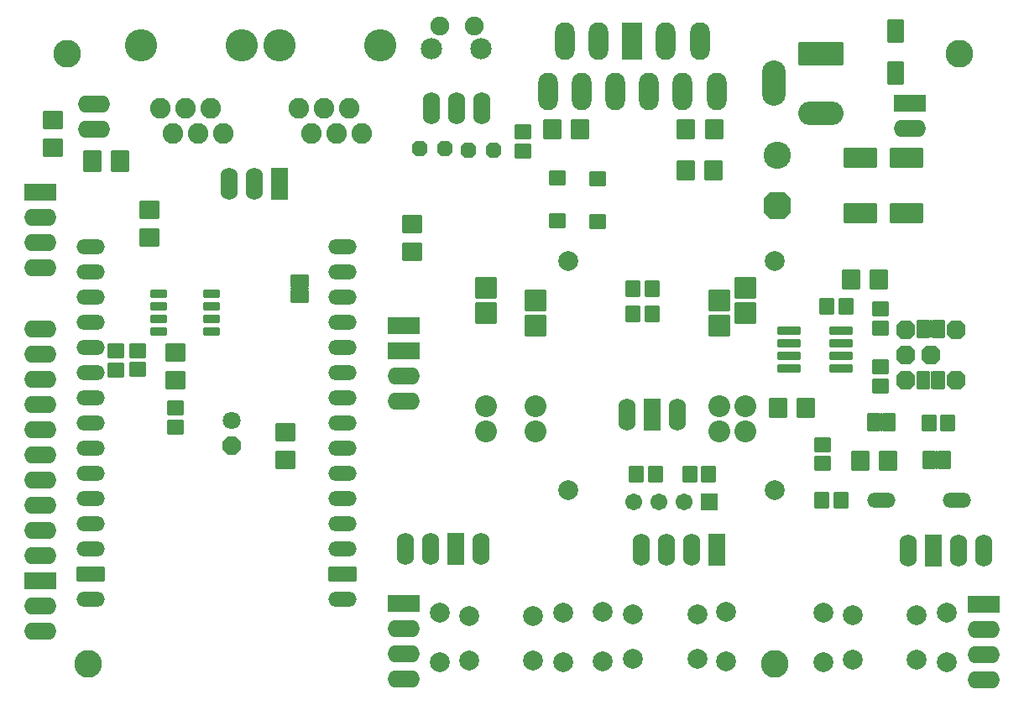
<source format=gbs>
G04 #@! TF.GenerationSoftware,KiCad,Pcbnew,8.0.4*
G04 #@! TF.CreationDate,2024-08-22T17:22:31+02:00*
G04 #@! TF.ProjectId,CENTRALE,43454e54-5241-44c4-952e-6b696361645f,rev?*
G04 #@! TF.SameCoordinates,Original*
G04 #@! TF.FileFunction,Soldermask,Bot*
G04 #@! TF.FilePolarity,Negative*
%FSLAX46Y46*%
G04 Gerber Fmt 4.6, Leading zero omitted, Abs format (unit mm)*
G04 Created by KiCad (PCBNEW 8.0.4) date 2024-08-22 17:22:31*
%MOMM*%
%LPD*%
G01*
G04 APERTURE LIST*
G04 Aperture macros list*
%AMRoundRect*
0 Rectangle with rounded corners*
0 $1 Rounding radius*
0 $2 $3 $4 $5 $6 $7 $8 $9 X,Y pos of 4 corners*
0 Add a 4 corners polygon primitive as box body*
4,1,4,$2,$3,$4,$5,$6,$7,$8,$9,$2,$3,0*
0 Add four circle primitives for the rounded corners*
1,1,$1+$1,$2,$3*
1,1,$1+$1,$4,$5*
1,1,$1+$1,$6,$7*
1,1,$1+$1,$8,$9*
0 Add four rect primitives between the rounded corners*
20,1,$1+$1,$2,$3,$4,$5,0*
20,1,$1+$1,$4,$5,$6,$7,0*
20,1,$1+$1,$6,$7,$8,$9,0*
20,1,$1+$1,$8,$9,$2,$3,0*%
%AMFreePoly0*
4,1,25,0.389919,0.742596,0.402042,0.732242,0.732242,0.402042,0.760749,0.346094,0.762000,0.330200,0.762000,-0.330200,0.742596,-0.389919,0.732242,-0.402042,0.402042,-0.732242,0.346094,-0.760749,0.330200,-0.762000,-0.330200,-0.762000,-0.389919,-0.742596,-0.402042,-0.732242,-0.732242,-0.402042,-0.760749,-0.346094,-0.762000,-0.330200,-0.762000,0.330200,-0.742596,0.389919,-0.732242,0.402042,
-0.402042,0.732242,-0.346094,0.760749,-0.330200,0.762000,0.330200,0.762000,0.389919,0.742596,0.389919,0.742596,$1*%
%AMFreePoly1*
4,1,25,0.459769,0.882296,0.471892,0.871942,0.871942,0.471892,0.900449,0.415944,0.901700,0.400050,0.901700,-0.400050,0.882296,-0.459769,0.871942,-0.471892,0.471892,-0.871942,0.415944,-0.900449,0.400050,-0.901700,-0.400050,-0.901700,-0.459769,-0.882296,-0.471892,-0.871942,-0.871942,-0.471892,-0.900449,-0.415944,-0.901700,-0.400050,-0.901700,0.400050,-0.882296,0.459769,-0.871942,0.471892,
-0.471892,0.871942,-0.415944,0.900449,-0.400050,0.901700,0.400050,0.901700,0.459769,0.882296,0.459769,0.882296,$1*%
%AMFreePoly2*
4,1,25,0.478819,0.920396,0.490942,0.910042,0.910042,0.490942,0.938549,0.434994,0.939800,0.419100,0.939800,-0.419100,0.920396,-0.478819,0.910042,-0.490942,0.490942,-0.910042,0.434994,-0.938549,0.419100,-0.939800,-0.419100,-0.939800,-0.478819,-0.920396,-0.490942,-0.910042,-0.910042,-0.490942,-0.938549,-0.434994,-0.939800,-0.419100,-0.939800,0.419100,-0.920396,0.478819,-0.910042,0.490942,
-0.490942,0.910042,-0.434994,0.938549,-0.419100,0.939800,0.419100,0.939800,0.478819,0.920396,0.478819,0.920396,$1*%
%AMFreePoly3*
4,1,25,0.694719,1.352196,0.706842,1.341842,1.341842,0.706842,1.370349,0.650894,1.371600,0.635000,1.371600,-0.635000,1.352196,-0.694719,1.341842,-0.706842,0.706842,-1.341842,0.650894,-1.370349,0.635000,-1.371600,-0.635000,-1.371600,-0.694719,-1.352196,-0.706842,-1.341842,-1.341842,-0.706842,-1.370349,-0.650894,-1.371600,-0.635000,-1.371600,0.635000,-1.352196,0.694719,-1.341842,0.706842,
-0.706842,1.341842,-0.650894,1.370349,-0.635000,1.371600,0.635000,1.371600,0.694719,1.352196,0.694719,1.352196,$1*%
G04 Aperture macros list end*
%ADD10C,0.000000*%
%ADD11C,2.003200*%
%ADD12O,3.251200X1.727200*%
%ADD13RoundRect,0.101600X1.524000X0.762000X-1.524000X0.762000X-1.524000X-0.762000X1.524000X-0.762000X0*%
%ADD14RoundRect,0.101600X-1.524000X-0.762000X1.524000X-0.762000X1.524000X0.762000X-1.524000X0.762000X0*%
%ADD15O,2.844800X1.524000*%
%ADD16RoundRect,0.101600X-1.320800X-0.660400X1.320800X-0.660400X1.320800X0.660400X-1.320800X0.660400X0*%
%ADD17RoundRect,0.101600X-2.184400X-1.092200X2.184400X-1.092200X2.184400X1.092200X-2.184400X1.092200X0*%
%ADD18O,2.387600X4.572000*%
%ADD19O,4.572000X2.387600*%
%ADD20FreePoly0,180.000000*%
%ADD21C,1.803400*%
%ADD22FreePoly1,270.000000*%
%ADD23C,1.903200*%
%ADD24FreePoly2,270.000000*%
%ADD25C,2.800000*%
%ADD26FreePoly0,0.000000*%
%ADD27RoundRect,0.101600X1.000000X1.000000X-1.000000X1.000000X-1.000000X-1.000000X1.000000X-1.000000X0*%
%ADD28C,2.203200*%
%ADD29C,2.743200*%
%ADD30FreePoly3,270.000000*%
%ADD31C,3.251200*%
%ADD32C,2.082800*%
%ADD33C,2.000000*%
%ADD34O,1.727200X3.251200*%
%ADD35RoundRect,0.101600X0.762000X-1.524000X0.762000X1.524000X-0.762000X1.524000X-0.762000X-1.524000X0*%
%ADD36O,2.003200X3.803200*%
%ADD37RoundRect,0.101600X0.900000X-1.800000X0.900000X1.800000X-0.900000X1.800000X-0.900000X-1.800000X0*%
%ADD38RoundRect,0.101600X-0.762000X1.524000X-0.762000X-1.524000X0.762000X-1.524000X0.762000X1.524000X0*%
%ADD39RoundRect,0.101600X0.754000X0.754000X-0.754000X0.754000X-0.754000X-0.754000X0.754000X-0.754000X0*%
%ADD40C,1.711200*%
%ADD41C,2.153200*%
%ADD42RoundRect,0.101600X0.800000X0.900000X-0.800000X0.900000X-0.800000X-0.900000X0.800000X-0.900000X0*%
%ADD43RoundRect,0.101600X-0.800000X-1.000000X0.800000X-1.000000X0.800000X1.000000X-0.800000X1.000000X0*%
%ADD44RoundRect,0.101600X-0.750000X0.650000X-0.750000X-0.650000X0.750000X-0.650000X0.750000X0.650000X0*%
%ADD45RoundRect,0.101600X0.584200X0.800100X-0.584200X0.800100X-0.584200X-0.800100X0.584200X-0.800100X0*%
%ADD46RoundRect,0.101600X0.650000X0.750000X-0.650000X0.750000X-0.650000X-0.750000X0.650000X-0.750000X0*%
%ADD47RoundRect,0.101600X1.600000X-0.900000X1.600000X0.900000X-1.600000X0.900000X-1.600000X-0.900000X0*%
%ADD48RoundRect,0.101600X0.750000X-0.650000X0.750000X0.650000X-0.750000X0.650000X-0.750000X-0.650000X0*%
%ADD49RoundRect,0.101600X-0.800000X-0.900000X0.800000X-0.900000X0.800000X0.900000X-0.800000X0.900000X0*%
%ADD50RoundRect,0.101600X-0.735000X0.635000X-0.735000X-0.635000X0.735000X-0.635000X0.735000X0.635000X0*%
%ADD51RoundRect,0.101600X0.735000X-0.635000X0.735000X0.635000X-0.735000X0.635000X-0.735000X-0.635000X0*%
%ADD52RoundRect,0.101600X-0.650000X-0.750000X0.650000X-0.750000X0.650000X0.750000X-0.650000X0.750000X0*%
%ADD53RoundRect,0.101600X0.800100X-0.584200X0.800100X0.584200X-0.800100X0.584200X-0.800100X-0.584200X0*%
%ADD54RoundRect,0.101600X-0.750000X-0.300000X0.750000X-0.300000X0.750000X0.300000X-0.750000X0.300000X0*%
%ADD55RoundRect,0.101600X0.750000X0.300000X-0.750000X0.300000X-0.750000X-0.300000X0.750000X-0.300000X0*%
%ADD56RoundRect,0.101600X0.900000X-0.800000X0.900000X0.800000X-0.900000X0.800000X-0.900000X-0.800000X0*%
%ADD57RoundRect,0.101600X-0.900000X0.800000X-0.900000X-0.800000X0.900000X-0.800000X0.900000X0.800000X0*%
%ADD58RoundRect,0.101600X1.100000X-0.300000X1.100000X0.300000X-1.100000X0.300000X-1.100000X-0.300000X0*%
%ADD59RoundRect,0.101600X0.750000X-1.060000X0.750000X1.060000X-0.750000X1.060000X-0.750000X-1.060000X0*%
G04 APERTURE END LIST*
D10*
G36*
X190799175Y-109153385D02*
G01*
X190646775Y-109153385D01*
X190646775Y-107324585D01*
X190799175Y-107324585D01*
X190799175Y-109153385D01*
G37*
G36*
X191329550Y-117258982D02*
G01*
X191177150Y-117258982D01*
X191177150Y-115430182D01*
X191329550Y-115430182D01*
X191329550Y-117258982D01*
G37*
G36*
X190735546Y-103994313D02*
G01*
X190583146Y-103994313D01*
X190583146Y-102165513D01*
X190735546Y-102165513D01*
X190735546Y-103994313D01*
G37*
G36*
X127914400Y-99136200D02*
G01*
X126085600Y-99136200D01*
X126085600Y-98983800D01*
X127914400Y-98983800D01*
X127914400Y-99136200D01*
G37*
G36*
X185790765Y-113403369D02*
G01*
X185638365Y-113403369D01*
X185638365Y-111574569D01*
X185790765Y-111574569D01*
X185790765Y-113403369D01*
G37*
D11*
X157552443Y-131675491D03*
X170052443Y-131675491D03*
X157552443Y-136675491D03*
X170052443Y-136675491D03*
X141134134Y-131720000D03*
X153634134Y-131720000D03*
X141134134Y-136720000D03*
X153634134Y-136720000D03*
D12*
X188587106Y-82854891D03*
D13*
X188587106Y-80314891D03*
D12*
X137487234Y-110364094D03*
X137487234Y-107824094D03*
D13*
X137487234Y-105284094D03*
X137487234Y-102744094D03*
D14*
X196003243Y-130868219D03*
D12*
X196003243Y-133408219D03*
X196003243Y-135948219D03*
X196003243Y-138488219D03*
D15*
X131356100Y-130410000D03*
X105956100Y-130410000D03*
X105956100Y-94850000D03*
D16*
X131356100Y-127870000D03*
X105956100Y-127870000D03*
D15*
X131356100Y-122790000D03*
X131356100Y-120250000D03*
X131356100Y-112630000D03*
X105956100Y-122790000D03*
X105956100Y-125330000D03*
X105956100Y-120250000D03*
X131356100Y-125330000D03*
X131356100Y-117710000D03*
X131356100Y-115170000D03*
X131356100Y-110090000D03*
X131356100Y-107550000D03*
X131356100Y-105010000D03*
X131356100Y-97390000D03*
X131356100Y-94850000D03*
X105956100Y-112630000D03*
X105956100Y-115170000D03*
X105956100Y-117710000D03*
X105956100Y-107550000D03*
X105956100Y-110090000D03*
X105956100Y-102470000D03*
X105956100Y-105010000D03*
X105956100Y-97390000D03*
X105956100Y-99930000D03*
X131356100Y-102470000D03*
X131356100Y-99930000D03*
D17*
X179616100Y-75343522D03*
D18*
X174816100Y-78343522D03*
D19*
X179616100Y-81343522D03*
D20*
X146588500Y-85054319D03*
X144048500Y-85054319D03*
D15*
X193310137Y-120414672D03*
X185690137Y-120414672D03*
D11*
X179822946Y-131720000D03*
X192322946Y-131720000D03*
X179822946Y-136720000D03*
X192322946Y-136720000D03*
D21*
X120168403Y-112368154D03*
D22*
X120168403Y-114908154D03*
D23*
X144631940Y-72580816D03*
X141131940Y-72580816D03*
D24*
X188152243Y-103177500D03*
X188152243Y-105717500D03*
X188152243Y-108257500D03*
X193232243Y-103177500D03*
X190692243Y-105717500D03*
X193232243Y-108257500D03*
D12*
X100876100Y-133620757D03*
X100876100Y-131080757D03*
D13*
X100876100Y-128540757D03*
D12*
X100876100Y-126000757D03*
X100876100Y-123460757D03*
X100876100Y-120920757D03*
X100876100Y-118380757D03*
X100876100Y-115840757D03*
X100876100Y-113300757D03*
X100876100Y-110760757D03*
X100876100Y-108220757D03*
X100876100Y-105680757D03*
X100876100Y-103140757D03*
D25*
X105662762Y-136869144D03*
D26*
X139086431Y-84920313D03*
X141626431Y-84920313D03*
D27*
X171948675Y-101543579D03*
X171948675Y-99003579D03*
D28*
X171948675Y-113481579D03*
X171948675Y-110941579D03*
D27*
X145786675Y-101543579D03*
X145786675Y-99003579D03*
D28*
X145786675Y-113481579D03*
X145786675Y-110941579D03*
D29*
X175212265Y-85583235D03*
D30*
X175212265Y-90663235D03*
D31*
X121196100Y-74533522D03*
X111036100Y-74533522D03*
D32*
X119291100Y-83423522D03*
X118021100Y-80883522D03*
X116751100Y-83423522D03*
X115481100Y-80883522D03*
X114211100Y-83423522D03*
X112941100Y-80883522D03*
D33*
X182787754Y-131970493D03*
X189287754Y-131970493D03*
X182787754Y-136470493D03*
X189287754Y-136470493D03*
D34*
X119926100Y-88500000D03*
X122466100Y-88500000D03*
D35*
X125006100Y-88500000D03*
D14*
X100876100Y-89297522D03*
D12*
X100876100Y-91837522D03*
X100876100Y-94377522D03*
X100876100Y-96917522D03*
D36*
X152066100Y-79137522D03*
X153766100Y-74057522D03*
X155466100Y-79137522D03*
X157166100Y-74057522D03*
X158866100Y-79137522D03*
D37*
X160566100Y-74057522D03*
D36*
X162266100Y-79137522D03*
X163966100Y-74057522D03*
X165666100Y-79137522D03*
X167366100Y-74057522D03*
X169066100Y-79137522D03*
D27*
X169344393Y-102737785D03*
X169344393Y-100197785D03*
D28*
X169344393Y-113405785D03*
X169344393Y-110865785D03*
D27*
X150802393Y-102737785D03*
X150802393Y-100197785D03*
D28*
X150802393Y-113405785D03*
X150802393Y-110865785D03*
D34*
X188385893Y-125452275D03*
D35*
X190925893Y-125452275D03*
D34*
X193465893Y-125452275D03*
X196005893Y-125452275D03*
X145326100Y-125330000D03*
D38*
X142786100Y-125330000D03*
D34*
X140246100Y-125330000D03*
X137706100Y-125330000D03*
D25*
X103538743Y-75327522D03*
D31*
X135166100Y-74533522D03*
X125006100Y-74533522D03*
D32*
X133261100Y-83423522D03*
X131991100Y-80883522D03*
X130721100Y-83423522D03*
X129451100Y-80883522D03*
X128181100Y-83423522D03*
X126911100Y-80883522D03*
D12*
X106272871Y-82947522D03*
X106272871Y-80407522D03*
D33*
X174932815Y-119384238D03*
X174932815Y-96270238D03*
X154104815Y-119384238D03*
X154104815Y-96270238D03*
D39*
X168328815Y-120527238D03*
D40*
X165788815Y-120527238D03*
X163248815Y-120527238D03*
X160708815Y-120527238D03*
D33*
X160627348Y-131907538D03*
X167127348Y-131907538D03*
X160627348Y-136407538D03*
X167127348Y-136407538D03*
D25*
X174928787Y-136882482D03*
D34*
X140341937Y-80858207D03*
X142881937Y-80858207D03*
X145421937Y-80858207D03*
D41*
X145286100Y-74806291D03*
X140286100Y-74806291D03*
D34*
X161493034Y-125411338D03*
X164033034Y-125411338D03*
X166573034Y-125411338D03*
D35*
X169113034Y-125411338D03*
D33*
X144093696Y-132049854D03*
X150593696Y-132049854D03*
X144093696Y-136549854D03*
X150593696Y-136549854D03*
D14*
X137518646Y-130778588D03*
D12*
X137518646Y-133318588D03*
X137518646Y-135858588D03*
X137518646Y-138398588D03*
D34*
X160020000Y-111760000D03*
D35*
X162560000Y-111760000D03*
D34*
X165100000Y-111760000D03*
D25*
X193586100Y-75327522D03*
D42*
X155289790Y-83002519D03*
X152489790Y-83002519D03*
D43*
X106100043Y-86195350D03*
X108900043Y-86195350D03*
D44*
X179771512Y-114801760D03*
X179771512Y-116701760D03*
D45*
X191484975Y-108238985D03*
X189960975Y-108238985D03*
D44*
X108500000Y-105325297D03*
X108500000Y-107225297D03*
D46*
X182113612Y-100801225D03*
X180213612Y-100801225D03*
D47*
X183552093Y-91413747D03*
X183552093Y-85813747D03*
D48*
X149508071Y-85133829D03*
X149508071Y-83233829D03*
D44*
X110709944Y-105300243D03*
X110709944Y-107200243D03*
D49*
X175299406Y-111061338D03*
X178099406Y-111061338D03*
D42*
X185414259Y-98079794D03*
X182614259Y-98079794D03*
D45*
X192015350Y-116344582D03*
X190491350Y-116344582D03*
D50*
X157063737Y-92265129D03*
D51*
X157063737Y-87965129D03*
D42*
X186334734Y-116431269D03*
X183534734Y-116431269D03*
D49*
X165999943Y-82946682D03*
X168799943Y-82946682D03*
D52*
X190510262Y-112581413D03*
X192410262Y-112581413D03*
D49*
X165940982Y-87137240D03*
X168740982Y-87137240D03*
D45*
X191421346Y-103079913D03*
X189897346Y-103079913D03*
D48*
X114500000Y-113000000D03*
X114500000Y-111100000D03*
D53*
X127000000Y-99822000D03*
X127000000Y-98298000D03*
D54*
X112797100Y-103401638D03*
X112797100Y-102131638D03*
X112797100Y-100861638D03*
X112797100Y-99591638D03*
D55*
X118097100Y-99591638D03*
X118097100Y-100861638D03*
X118097100Y-102131638D03*
X118097100Y-103401638D03*
D47*
X188199653Y-91468250D03*
X188199653Y-85868250D03*
D56*
X111871887Y-93899225D03*
X111871887Y-91099225D03*
D57*
X138385334Y-92553788D03*
X138385334Y-95353788D03*
X125610640Y-113559397D03*
X125610640Y-116359397D03*
D58*
X176413796Y-107120872D03*
X176413796Y-105850872D03*
X176413796Y-104580872D03*
X176413796Y-103310872D03*
X181613796Y-103310872D03*
X181613796Y-104580872D03*
X181613796Y-105850872D03*
X181613796Y-107120872D03*
D46*
X162874081Y-117759250D03*
X160974081Y-117759250D03*
D52*
X160660000Y-99060000D03*
X162560000Y-99060000D03*
D59*
X187089204Y-73094271D03*
X187089204Y-77324271D03*
D56*
X114500000Y-108300000D03*
X114500000Y-105500000D03*
D45*
X186476565Y-112488969D03*
X184952565Y-112488969D03*
D46*
X181599562Y-120352054D03*
X179699562Y-120352054D03*
D56*
X102146100Y-84820000D03*
X102146100Y-82020000D03*
D50*
X152973528Y-92152594D03*
D51*
X152973528Y-87852594D03*
D52*
X166377696Y-117786360D03*
X168277696Y-117786360D03*
D44*
X185632687Y-106944422D03*
X185632687Y-108844422D03*
D46*
X162560000Y-101600000D03*
X160660000Y-101600000D03*
D48*
X185615787Y-103005182D03*
X185615787Y-101105182D03*
M02*

</source>
